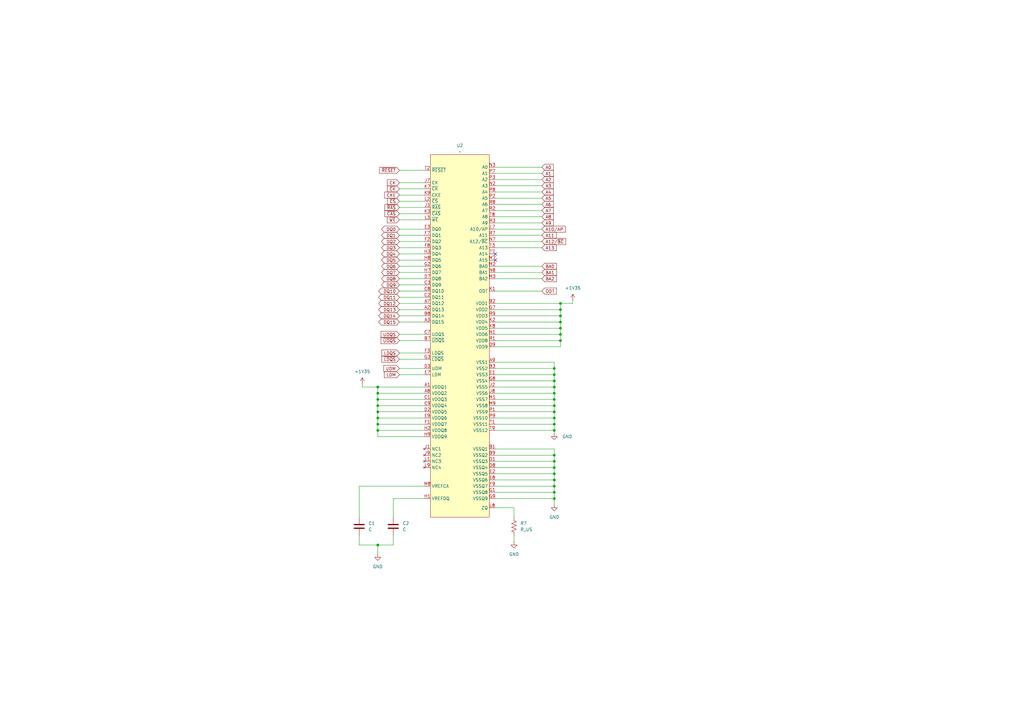
<source format=kicad_sch>
(kicad_sch (version 20231120) (generator "eeschema") (generator_version "8.0")
  (paper "A3")
  (lib_symbols
    (symbol "DDR:MT41K128M16JT-125{colon}K"
      (property "Reference" "U" (at -8.89 38.608 0))
      (symbol "MT41K128M16JT-125{colon}K_1_1"
        (rectangle (start -10.16 36.83) (end 13.97 -111.76) (fill (type background)))
        (pin power_in line (at -12.7 -58.42 0) (length 2.54) (name "VDDQ1") (number "A1"))
        (pin bidirectional line (at -12.7 -26.67 0) (length 2.54) (name "DQ13") (number "A2"))
        (pin bidirectional line (at -12.7 -31.75 0) (length 2.54) (name "DQ15") (number "A3"))
        (pin bidirectional line (at -12.7 -24.13 0) (length 2.54) (name "DQ12") (number "A7"))
        (pin power_in line (at -12.7 -60.96 0) (length 2.54) (name "VDDQ2") (number "A8"))
        (pin power_in line (at 16.51 -48.26 180) (length 2.54) (name "VSS1") (number "A9"))
        (pin power_in line (at 16.51 -83.82 180) (length 2.54) (name "VSSQ1") (number "B1"))
        (pin power_in line (at 16.51 -24.13 180) (length 2.54) (name "VDD1") (number "B2"))
        (pin power_in line (at 16.51 -50.8 180) (length 2.54) (name "VSS2") (number "B3"))
        (pin input line (at -12.7 -39.37 0) (length 2.54) (name "~{UDQS}") (number "B7"))
        (pin bidirectional line (at -12.7 -29.21 0) (length 2.54) (name "DQ14") (number "B8"))
        (pin power_in line (at 16.51 -86.36 180) (length 2.54) (name "VSSQ2") (number "B9"))
        (pin power_in line (at -12.7 -63.5 0) (length 2.54) (name "VDDQ3") (number "C1"))
        (pin bidirectional line (at -12.7 -21.59 0) (length 2.54) (name "DQ11") (number "C2"))
        (pin bidirectional line (at -12.7 -16.51 0) (length 2.54) (name "DQ9") (number "C3"))
        (pin input line (at -12.7 -36.83 0) (length 2.54) (name "UDQS") (number "C7"))
        (pin bidirectional line (at -12.7 -19.05 0) (length 2.54) (name "DQ10") (number "C8"))
        (pin power_in line (at -12.7 -66.04 0) (length 2.54) (name "VDDQ4") (number "C9"))
        (pin power_in line (at 16.51 -88.9 180) (length 2.54) (name "VSSQ3") (number "D1"))
        (pin power_in line (at -12.7 -68.58 0) (length 2.54) (name "VDDQ5") (number "D2"))
        (pin input line (at -12.7 -50.8 0) (length 2.54) (name "UDM") (number "D3"))
        (pin bidirectional line (at -12.7 -13.97 0) (length 2.54) (name "DQ8") (number "D7"))
        (pin power_in line (at 16.51 -91.44 180) (length 2.54) (name "VSSQ4") (number "D8"))
        (pin power_in line (at 16.51 -41.91 180) (length 2.54) (name "VDD9") (number "D9"))
        (pin power_in line (at 16.51 -53.34 180) (length 2.54) (name "VSS3") (number "E1"))
        (pin power_in line (at 16.51 -93.98 180) (length 2.54) (name "VSSQ5") (number "E2"))
        (pin bidirectional line (at -12.7 6.35 0) (length 2.54) (name "DQ0") (number "E3"))
        (pin input line (at -12.7 -53.34 0) (length 2.54) (name "LDM") (number "E7"))
        (pin power_in line (at 16.51 -96.52 180) (length 2.54) (name "VSSQ6") (number "E8"))
        (pin power_in line (at -12.7 -71.12 0) (length 2.54) (name "VDDQ6") (number "E9"))
        (pin power_in line (at -12.7 -73.66 0) (length 2.54) (name "VDDQ7") (number "F1"))
        (pin bidirectional line (at -12.7 1.27 0) (length 2.54) (name "DQ2") (number "F2"))
        (pin input line (at -12.7 -44.45 0) (length 2.54) (name "LDQS") (number "F3"))
        (pin bidirectional line (at -12.7 3.81 0) (length 2.54) (name "DQ1") (number "F7"))
        (pin bidirectional line (at -12.7 -1.27 0) (length 2.54) (name "DQ3") (number "F8"))
        (pin power_in line (at 16.51 -99.06 180) (length 2.54) (name "VSSQ7") (number "F9"))
        (pin power_in line (at 16.51 -101.6 180) (length 2.54) (name "VSSQ8") (number "G1"))
        (pin bidirectional line (at -12.7 -8.89 0) (length 2.54) (name "DQ6") (number "G2"))
        (pin input line (at -12.7 -46.99 0) (length 2.54) (name "~{LDQS}") (number "G3"))
        (pin power_in line (at 16.51 -26.67 180) (length 2.54) (name "VDD2") (number "G7"))
        (pin power_in line (at 16.51 -55.88 180) (length 2.54) (name "VSS4") (number "G8"))
        (pin power_in line (at 16.51 -104.14 180) (length 2.54) (name "VSSQ9") (number "G9"))
        (pin power_in line (at -12.7 -104.14 0) (length 2.54) (name "VREFDQ") (number "H1"))
        (pin power_in line (at -12.7 -76.2 0) (length 2.54) (name "VDDQ8") (number "H2"))
        (pin bidirectional line (at -12.7 -3.81 0) (length 2.54) (name "DQ4") (number "H3"))
        (pin bidirectional line (at -12.7 -11.43 0) (length 2.54) (name "DQ7") (number "H7"))
        (pin bidirectional line (at -12.7 -6.35 0) (length 2.54) (name "DQ5") (number "H8"))
        (pin power_in line (at -12.7 -78.74 0) (length 2.54) (name "VDDQ9") (number "H9"))
        (pin no_connect line (at -12.7 -83.82 0) (length 2.54) (name "NC1") (number "J1"))
        (pin power_in line (at 16.51 -58.42 180) (length 2.54) (name "VSS5") (number "J2"))
        (pin input line (at -12.7 15.24 0) (length 2.54) (name "~{RAS}") (number "J3"))
        (pin input line (at -12.7 25.4 0) (length 2.54) (name "CK") (number "J7"))
        (pin power_in line (at 16.51 -60.96 180) (length 2.54) (name "VSS6") (number "J8"))
        (pin no_connect line (at -12.7 -86.36 0) (length 2.54) (name "NC2") (number "J9"))
        (pin input line (at 16.51 -19.05 180) (length 2.54) (name "ODT") (number "K1"))
        (pin power_in line (at 16.51 -31.75 180) (length 2.54) (name "VDD4") (number "K2"))
        (pin input line (at -12.7 12.7 0) (length 2.54) (name "~{CAS}") (number "K3"))
        (pin input line (at -12.7 22.86 0) (length 2.54) (name "~{CK}") (number "K7"))
        (pin power_in line (at 16.51 -34.29 180) (length 2.54) (name "VDD5") (number "K8"))
        (pin input line (at -12.7 20.32 0) (length 2.54) (name "CKE") (number "K9"))
        (pin no_connect line (at -12.7 -88.9 0) (length 2.54) (name "NC3") (number "L1"))
        (pin input line (at -12.7 17.78 0) (length 2.54) (name "~{CS}") (number "L2"))
        (pin input line (at -12.7 10.16 0) (length 2.54) (name "~{WE}") (number "L3"))
        (pin input line (at 16.51 6.35 180) (length 2.54) (name "A10/AP") (number "L7"))
        (pin input line (at 16.51 -107.95 180) (length 2.54) (name "ZQ") (number "L8"))
        (pin no_connect line (at -12.7 -91.44 0) (length 2.54) (name "NC4") (number "L9"))
        (pin power_in line (at 16.51 -63.5 180) (length 2.54) (name "VSS7") (number "M1"))
        (pin input line (at 16.51 -8.89 180) (length 2.54) (name "BA0") (number "M2"))
        (pin input line (at 16.51 -13.97 180) (length 2.54) (name "BA2") (number "M3"))
        (pin input line (at 16.51 -6.35 180) (length 2.54) (name "A15") (number "M7"))
        (pin power_in line (at -12.7 -99.06 0) (length 2.54) (name "VREFCA") (number "M8"))
        (pin power_in line (at 16.51 -66.04 180) (length 2.54) (name "VSS8") (number "M9"))
        (pin power_in line (at 16.51 -36.83 180) (length 2.54) (name "VDD6") (number "N1"))
        (pin input line (at 16.51 24.13 180) (length 2.54) (name "A3") (number "N2"))
        (pin input line (at 16.51 31.75 180) (length 2.54) (name "A0") (number "N3"))
        (pin input line (at 16.51 1.27 180) (length 2.54) (name "A12/~{BC}") (number "N7"))
        (pin input line (at 16.51 -11.43 180) (length 2.54) (name "BA1") (number "N8"))
        (pin power_in line (at 16.51 -68.58 180) (length 2.54) (name "VSS9") (number "P1"))
        (pin input line (at 16.51 19.05 180) (length 2.54) (name "A5") (number "P2"))
        (pin input line (at 16.51 26.67 180) (length 2.54) (name "A2") (number "P3"))
        (pin input line (at 16.51 29.21 180) (length 2.54) (name "A1") (number "P7"))
        (pin input line (at 16.51 21.59 180) (length 2.54) (name "A4") (number "P8"))
        (pin power_in line (at 16.51 -71.12 180) (length 2.54) (name "VSS10") (number "P9"))
        (pin power_in line (at 16.51 -39.37 180) (length 2.54) (name "VDD8") (number "R1"))
        (pin input line (at 16.51 13.97 180) (length 2.54) (name "A7") (number "R2"))
        (pin input line (at 16.51 8.89 180) (length 2.54) (name "A9") (number "R3"))
        (pin input line (at 16.51 3.81 180) (length 2.54) (name "A11") (number "R7"))
        (pin input line (at 16.51 16.51 180) (length 2.54) (name "A6") (number "R8"))
        (pin power_in line (at 16.51 -29.21 180) (length 2.54) (name "VDD3") (number "R9"))
        (pin power_in line (at 16.51 -73.66 180) (length 2.54) (name "VSS11") (number "T1"))
        (pin input line (at -12.7 30.48 0) (length 2.54) (name "~{RESET}") (number "T2"))
        (pin input line (at 16.51 -1.27 180) (length 2.54) (name "A13") (number "T3"))
        (pin input line (at 16.51 -3.81 180) (length 2.54) (name "A14") (number "T7"))
        (pin input line (at 16.51 11.43 180) (length 2.54) (name "A8") (number "T8"))
        (pin power_in line (at 16.51 -76.2 180) (length 2.54) (name "VSS12") (number "T9"))
      )
    )
    (symbol "Device:C" (pin_numbers hide) (pin_names (offset 0.254))
      (property "Reference" "C" (at 0.635 2.54 0))
      (property "Value" "C" (at 0.635 -2.54 0))
      (symbol "C_0_1"
        (polyline (pts (xy -2.032 -0.762) (xy 2.032 -0.762)) (stroke (width 0.508)))
        (polyline (pts (xy -2.032 0.762) (xy 2.032 0.762)) (stroke (width 0.508)))
      )
      (symbol "C_1_1"
        (pin passive line (at 0 3.81 270) (length 2.794) (name "~") (number "1"))
        (pin passive line (at 0 -3.81 90) (length 2.794) (name "~") (number "2"))
      )
    )
    (symbol "Device:R_US" (pin_numbers hide) (pin_names (offset 0))
      (property "Reference" "R" (at 2.54 0 90))
      (property "Value" "R_US" (at -2.54 0 90))
      (symbol "R_US_0_1"
        (polyline (pts (xy 0 -2.286) (xy 0 -2.54)))
        (polyline (pts (xy 0 2.286) (xy 0 2.54)))
        (polyline (pts (xy 0 -0.762) (xy 1.016 -1.143) (xy 0 -1.524) (xy -1.016 -1.905) (xy 0 -2.286)))
        (polyline (pts (xy 0 0.762) (xy 1.016 0.381) (xy 0 0) (xy -1.016 -0.381) (xy 0 -0.762)))
        (polyline (pts (xy 0 2.286) (xy 1.016 1.905) (xy 0 1.524) (xy -1.016 1.143) (xy 0 0.762)))
      )
      (symbol "R_US_1_1"
        (pin passive line (at 0 3.81 270) (length 1.27) (name "~") (number "1"))
        (pin passive line (at 0 -3.81 90) (length 1.27) (name "~") (number "2"))
      )
    )
    (symbol "power:+1V35" (power) (pin_numbers hide) (pin_names (offset 0) hide)
      (property "Value" "+1V35" (at 0 3.556 0))
      (symbol "+1V35_0_1"
        (polyline (pts (xy -0.762 1.27) (xy 0 2.54)))
        (polyline (pts (xy 0 0) (xy 0 2.54)))
        (polyline (pts (xy 0 2.54) (xy 0.762 1.27)))
      )
      (symbol "+1V35_1_1"
        (pin power_in line (at 0 0 90) (length 0) (name "~") (number "1"))
      )
    )
    (symbol "power:GND" (power) (pin_numbers hide) (pin_names (offset 0) hide)
      (property "Value" "GND" (at 0 -3.81 0))
      (symbol "GND_0_1"
        (polyline (pts (xy 0 0) (xy 0 -1.27) (xy 1.27 -1.27) (xy 0 -2.54) (xy -1.27 -1.27) (xy 0 -1.27)))
      )
      (symbol "GND_1_1"
        (pin power_in line (at 0 0 270) (length 0) (name "~") (number "1"))
      )
    )
  )
  (junction (at 154.94 171.45))
  (junction (at 227.33 204.47))
  (junction (at 154.94 166.37))
  (junction (at 227.33 194.31))
  (junction (at 227.33 166.37))
  (junction (at 154.94 173.99))
  (junction (at 227.33 156.21))
  (junction (at 227.33 199.39))
  (junction (at 154.94 161.29))
  (junction (at 154.94 158.75))
  (junction (at 154.94 168.91))
  (junction (at 227.33 171.45))
  (junction (at 227.33 163.83))
  (junction (at 227.33 168.91))
  (junction (at 229.87 132.08))
  (junction (at 227.33 151.13))
  (junction (at 227.33 191.77))
  (junction (at 229.87 139.7))
  (junction (at 227.33 189.23))
  (junction (at 227.33 186.69))
  (junction (at 227.33 201.93))
  (junction (at 154.94 176.53))
  (junction (at 227.33 158.75))
  (junction (at 227.33 176.53))
  (junction (at 227.33 173.99))
  (junction (at 229.87 134.62))
  (junction (at 229.87 127))
  (junction (at 229.87 124.46))
  (junction (at 229.87 137.16))
  (junction (at 227.33 196.85))
  (junction (at 227.33 153.67))
  (junction (at 227.33 161.29))
  (junction (at 229.87 129.54))
  (junction (at 154.94 163.83))
  (junction (at 154.94 223.52))
  (no_connect (at 203.2 104.14))
  (no_connect (at 203.2 106.68))
  (wire (pts (xy 203.2 173.99) (xy 227.33 173.99)))
  (wire (pts (xy 163.83 147.32) (xy 173.99 147.32)))
  (wire (pts (xy 163.83 144.78) (xy 173.99 144.78)))
  (wire (pts (xy 163.83 87.63) (xy 173.99 87.63)))
  (wire (pts (xy 161.29 212.09) (xy 161.29 204.47)))
  (wire (pts (xy 173.99 166.37) (xy 154.94 166.37)))
  (wire (pts (xy 203.2 201.93) (xy 227.33 201.93)))
  (wire (pts (xy 163.83 104.14) (xy 173.99 104.14)))
  (wire (pts (xy 154.94 171.45) (xy 154.94 173.99)))
  (wire (pts (xy 163.83 116.84) (xy 173.99 116.84)))
  (wire (pts (xy 227.33 184.15) (xy 227.33 186.69)))
  (wire (pts (xy 227.33 163.83) (xy 227.33 166.37)))
  (wire (pts (xy 222.25 91.44) (xy 203.2 91.44)))
  (wire (pts (xy 203.2 191.77) (xy 227.33 191.77)))
  (wire (pts (xy 173.99 168.91) (xy 154.94 168.91)))
  (wire (pts (xy 161.29 204.47) (xy 173.99 204.47)))
  (wire (pts (xy 234.95 124.46) (xy 234.95 123.19)))
  (wire (pts (xy 227.33 148.59) (xy 227.33 151.13)))
  (wire (pts (xy 203.2 171.45) (xy 227.33 171.45)))
  (wire (pts (xy 227.33 201.93) (xy 227.33 204.47)))
  (wire (pts (xy 163.83 109.22) (xy 173.99 109.22)))
  (wire (pts (xy 173.99 173.99) (xy 154.94 173.99)))
  (wire (pts (xy 222.25 101.6) (xy 203.2 101.6)))
  (wire (pts (xy 163.83 82.55) (xy 173.99 82.55)))
  (wire (pts (xy 173.99 163.83) (xy 154.94 163.83)))
  (wire (pts (xy 203.2 148.59) (xy 227.33 148.59)))
  (wire (pts (xy 154.94 176.53) (xy 154.94 179.07)))
  (wire (pts (xy 163.83 137.16) (xy 173.99 137.16)))
  (wire (pts (xy 203.2 194.31) (xy 227.33 194.31)))
  (wire (pts (xy 222.25 71.12) (xy 203.2 71.12)))
  (wire (pts (xy 203.2 124.46) (xy 229.87 124.46)))
  (wire (pts (xy 154.94 168.91) (xy 154.94 171.45)))
  (wire (pts (xy 222.25 81.28) (xy 203.2 81.28)))
  (wire (pts (xy 163.83 96.52) (xy 173.99 96.52)))
  (wire (pts (xy 154.94 173.99) (xy 154.94 176.53)))
  (wire (pts (xy 234.95 124.46) (xy 229.87 124.46)))
  (wire (pts (xy 203.2 176.53) (xy 227.33 176.53)))
  (wire (pts (xy 163.83 93.98) (xy 173.99 93.98)))
  (wire (pts (xy 203.2 129.54) (xy 229.87 129.54)))
  (wire (pts (xy 227.33 194.31) (xy 227.33 196.85)))
  (wire (pts (xy 227.33 153.67) (xy 227.33 156.21)))
  (wire (pts (xy 227.33 168.91) (xy 227.33 171.45)))
  (wire (pts (xy 173.99 199.39) (xy 147.32 199.39)))
  (wire (pts (xy 203.2 208.28) (xy 210.82 208.28)))
  (wire (pts (xy 227.33 186.69) (xy 227.33 189.23)))
  (wire (pts (xy 163.83 69.85) (xy 173.99 69.85)))
  (wire (pts (xy 222.25 86.36) (xy 203.2 86.36)))
  (wire (pts (xy 154.94 161.29) (xy 154.94 163.83)))
  (wire (pts (xy 203.2 134.62) (xy 229.87 134.62)))
  (wire (pts (xy 161.29 219.71) (xy 161.29 223.52)))
  (wire (pts (xy 203.2 142.24) (xy 229.87 142.24)))
  (wire (pts (xy 154.94 166.37) (xy 154.94 168.91)))
  (wire (pts (xy 227.33 161.29) (xy 227.33 163.83)))
  (wire (pts (xy 222.25 83.82) (xy 203.2 83.82)))
  (wire (pts (xy 154.94 158.75) (xy 154.94 161.29)))
  (wire (pts (xy 203.2 132.08) (xy 229.87 132.08)))
  (wire (pts (xy 154.94 223.52) (xy 154.94 227.33)))
  (wire (pts (xy 163.83 106.68) (xy 173.99 106.68)))
  (wire (pts (xy 154.94 179.07) (xy 173.99 179.07)))
  (wire (pts (xy 147.32 219.71) (xy 147.32 223.52)))
  (wire (pts (xy 163.83 111.76) (xy 173.99 111.76)))
  (wire (pts (xy 203.2 204.47) (xy 227.33 204.47)))
  (wire (pts (xy 203.2 137.16) (xy 229.87 137.16)))
  (wire (pts (xy 210.82 219.71) (xy 210.82 222.25)))
  (wire (pts (xy 222.25 73.66) (xy 203.2 73.66)))
  (wire (pts (xy 227.33 158.75) (xy 227.33 161.29)))
  (wire (pts (xy 229.87 127) (xy 229.87 124.46)))
  (wire (pts (xy 229.87 137.16) (xy 229.87 134.62)))
  (wire (pts (xy 163.83 77.47) (xy 173.99 77.47)))
  (wire (pts (xy 203.2 163.83) (xy 227.33 163.83)))
  (wire (pts (xy 229.87 139.7) (xy 229.87 137.16)))
  (wire (pts (xy 161.29 223.52) (xy 154.94 223.52)))
  (wire (pts (xy 229.87 132.08) (xy 229.87 129.54)))
  (wire (pts (xy 203.2 127) (xy 229.87 127)))
  (wire (pts (xy 229.87 134.62) (xy 229.87 132.08)))
  (wire (pts (xy 203.2 158.75) (xy 227.33 158.75)))
  (wire (pts (xy 203.2 199.39) (xy 227.33 199.39)))
  (wire (pts (xy 154.94 176.53) (xy 173.99 176.53)))
  (wire (pts (xy 222.25 111.76) (xy 203.2 111.76)))
  (wire (pts (xy 154.94 163.83) (xy 154.94 166.37)))
  (wire (pts (xy 222.25 68.58) (xy 203.2 68.58)))
  (wire (pts (xy 203.2 168.91) (xy 227.33 168.91)))
  (wire (pts (xy 227.33 199.39) (xy 227.33 201.93)))
  (wire (pts (xy 222.25 93.98) (xy 203.2 93.98)))
  (wire (pts (xy 210.82 208.28) (xy 210.82 212.09)))
  (wire (pts (xy 222.25 76.2) (xy 203.2 76.2)))
  (wire (pts (xy 222.25 78.74) (xy 203.2 78.74)))
  (wire (pts (xy 227.33 204.47) (xy 227.33 207.01)))
  (wire (pts (xy 163.83 101.6) (xy 173.99 101.6)))
  (wire (pts (xy 163.83 121.92) (xy 173.99 121.92)))
  (wire (pts (xy 173.99 171.45) (xy 154.94 171.45)))
  (wire (pts (xy 203.2 184.15) (xy 227.33 184.15)))
  (wire (pts (xy 222.25 109.22) (xy 203.2 109.22)))
  (wire (pts (xy 163.83 124.46) (xy 173.99 124.46)))
  (wire (pts (xy 148.59 158.75) (xy 154.94 158.75)))
  (wire (pts (xy 163.83 74.93) (xy 173.99 74.93)))
  (wire (pts (xy 163.83 132.08) (xy 173.99 132.08)))
  (wire (pts (xy 163.83 127) (xy 173.99 127)))
  (wire (pts (xy 222.25 88.9) (xy 203.2 88.9)))
  (wire (pts (xy 227.33 173.99) (xy 227.33 176.53)))
  (wire (pts (xy 222.25 96.52) (xy 203.2 96.52)))
  (wire (pts (xy 203.2 166.37) (xy 227.33 166.37)))
  (wire (pts (xy 227.33 151.13) (xy 227.33 153.67)))
  (wire (pts (xy 203.2 156.21) (xy 227.33 156.21)))
  (wire (pts (xy 163.83 99.06) (xy 173.99 99.06)))
  (wire (pts (xy 203.2 151.13) (xy 227.33 151.13)))
  (wire (pts (xy 163.83 80.01) (xy 173.99 80.01)))
  (wire (pts (xy 163.83 114.3) (xy 173.99 114.3)))
  (wire (pts (xy 222.25 99.06) (xy 203.2 99.06)))
  (wire (pts (xy 203.2 186.69) (xy 227.33 186.69)))
  (wire (pts (xy 163.83 85.09) (xy 173.99 85.09)))
  (wire (pts (xy 229.87 129.54) (xy 229.87 127)))
  (wire (pts (xy 163.83 153.67) (xy 173.99 153.67)))
  (wire (pts (xy 222.25 119.38) (xy 203.2 119.38)))
  (wire (pts (xy 163.83 151.13) (xy 173.99 151.13)))
  (wire (pts (xy 227.33 176.53) (xy 227.33 177.8)))
  (wire (pts (xy 203.2 189.23) (xy 227.33 189.23)))
  (wire (pts (xy 203.2 153.67) (xy 227.33 153.67)))
  (wire (pts (xy 222.25 114.3) (xy 203.2 114.3)))
  (wire (pts (xy 163.83 119.38) (xy 173.99 119.38)))
  (wire (pts (xy 203.2 139.7) (xy 229.87 139.7)))
  (wire (pts (xy 147.32 223.52) (xy 154.94 223.52)))
  (wire (pts (xy 163.83 129.54) (xy 173.99 129.54)))
  (wire (pts (xy 227.33 196.85) (xy 227.33 199.39)))
  (wire (pts (xy 227.33 156.21) (xy 227.33 158.75)))
  (wire (pts (xy 147.32 199.39) (xy 147.32 212.09)))
  (wire (pts (xy 229.87 142.24) (xy 229.87 139.7)))
  (wire (pts (xy 227.33 191.77) (xy 227.33 194.31)))
  (wire (pts (xy 203.2 161.29) (xy 227.33 161.29)))
  (wire (pts (xy 173.99 158.75) (xy 154.94 158.75)))
  (wire (pts (xy 227.33 166.37) (xy 227.33 168.91)))
  (wire (pts (xy 203.2 196.85) (xy 227.33 196.85)))
  (wire (pts (xy 227.33 189.23) (xy 227.33 191.77)))
  (wire (pts (xy 163.83 90.17) (xy 173.99 90.17)))
  (wire (pts (xy 227.33 171.45) (xy 227.33 173.99)))
  (wire (pts (xy 173.99 161.29) (xy 154.94 161.29)))
  (wire (pts (xy 163.83 139.7) (xy 173.99 139.7)))
  (wire (pts (xy 148.59 157.48) (xy 148.59 158.75)))
  (global_label "~{UDQS}" (shape input) (at 163.83 139.7 180) (property "Intersheetrefs" "${INTERSHEET_REFS}" (effects (hide yes))))
  (global_label "A1" (shape input) (at 222.25 71.12 0) (property "Intersheetrefs" "${INTERSHEET_REFS}" (effects (hide yes))))
  (global_label "DQ14" (shape bidirectional) (at 163.83 129.54 180) (property "Intersheetrefs" "${INTERSHEET_REFS}" (effects (hide yes))))
  (global_label "A13" (shape input) (at 222.25 101.6 0) (property "Intersheetrefs" "${INTERSHEET_REFS}" (effects (hide yes))))
  (global_label "~{RAS}" (shape input) (at 163.83 85.09 180) (property "Intersheetrefs" "${INTERSHEET_REFS}" (effects (hide yes))))
  (global_label "A5" (shape input) (at 222.25 81.28 0) (property "Intersheetrefs" "${INTERSHEET_REFS}" (effects (hide yes))))
  (global_label "LDQS" (shape input) (at 163.83 144.78 180) (property "Intersheetrefs" "${INTERSHEET_REFS}" (effects (hide yes))))
  (global_label "BA0" (shape input) (at 222.25 109.22 0) (property "Intersheetrefs" "${INTERSHEET_REFS}" (effects (hide yes))))
  (global_label "BA1" (shape input) (at 222.25 111.76 0) (property "Intersheetrefs" "${INTERSHEET_REFS}" (effects (hide yes))))
  (global_label "DQ4" (shape bidirectional) (at 163.83 104.14 180) (property "Intersheetrefs" "${INTERSHEET_REFS}" (effects (hide yes))))
  (global_label "DQ6" (shape bidirectional) (at 163.83 109.22 180) (property "Intersheetrefs" "${INTERSHEET_REFS}" (effects (hide yes))))
  (global_label "LDM" (shape input) (at 163.83 153.67 180) (property "Intersheetrefs" "${INTERSHEET_REFS}" (effects (hide yes))))
  (global_label "A7" (shape input) (at 222.25 86.36 0) (property "Intersheetrefs" "${INTERSHEET_REFS}" (effects (hide yes))))
  (global_label "DQ11" (shape bidirectional) (at 163.83 121.92 180) (property "Intersheetrefs" "${INTERSHEET_REFS}" (effects (hide yes))))
  (global_label "A11" (shape input) (at 222.25 96.52 0) (property "Intersheetrefs" "${INTERSHEET_REFS}" (effects (hide yes))))
  (global_label "~{RESET}" (shape input) (at 163.83 69.85 180) (property "Intersheetrefs" "${INTERSHEET_REFS}" (effects (hide yes))))
  (global_label "DQ10" (shape bidirectional) (at 163.83 119.38 180) (property "Intersheetrefs" "${INTERSHEET_REFS}" (effects (hide yes))))
  (global_label "A2" (shape input) (at 222.25 73.66 0) (property "Intersheetrefs" "${INTERSHEET_REFS}" (effects (hide yes))))
  (global_label "DQ5" (shape bidirectional) (at 163.83 106.68 180) (property "Intersheetrefs" "${INTERSHEET_REFS}" (effects (hide yes))))
  (global_label "BA2" (shape input) (at 222.25 114.3 0) (property "Intersheetrefs" "${INTERSHEET_REFS}" (effects (hide yes))))
  (global_label "DQ2" (shape bidirectional) (at 163.83 99.06 180) (property "Intersheetrefs" "${INTERSHEET_REFS}" (effects (hide yes))))
  (global_label "DQ9" (shape bidirectional) (at 163.83 116.84 180) (property "Intersheetrefs" "${INTERSHEET_REFS}" (effects (hide yes))))
  (global_label "ODT" (shape input) (at 222.25 119.38 0) (property "Intersheetrefs" "${INTERSHEET_REFS}" (effects (hide yes))))
  (global_label "UDQS" (shape input) (at 163.83 137.16 180) (property "Intersheetrefs" "${INTERSHEET_REFS}" (effects (hide yes))))
  (global_label "~{CS}" (shape input) (at 163.83 82.55 180) (property "Intersheetrefs" "${INTERSHEET_REFS}" (effects (hide yes))))
  (global_label "~{CK}" (shape input) (at 163.83 77.47 180) (property "Intersheetrefs" "${INTERSHEET_REFS}" (effects (hide yes))))
  (global_label "DQ8" (shape bidirectional) (at 163.83 114.3 180) (property "Intersheetrefs" "${INTERSHEET_REFS}" (effects (hide yes))))
  (global_label "UDM" (shape input) (at 163.83 151.13 180) (property "Intersheetrefs" "${INTERSHEET_REFS}" (effects (hide yes))))
  (global_label "A9" (shape input) (at 222.25 91.44 0) (property "Intersheetrefs" "${INTERSHEET_REFS}" (effects (hide yes))))
  (global_label "A3" (shape input) (at 222.25 76.2 0) (property "Intersheetrefs" "${INTERSHEET_REFS}" (effects (hide yes))))
  (global_label "~{WE}" (shape input) (at 163.83 90.17 180) (property "Intersheetrefs" "${INTERSHEET_REFS}" (effects (hide yes))))
  (global_label "DQ12" (shape bidirectional) (at 163.83 124.46 180) (property "Intersheetrefs" "${INTERSHEET_REFS}" (effects (hide yes))))
  (global_label "A10/AP" (shape input) (at 222.25 93.98 0) (property "Intersheetrefs" "${INTERSHEET_REFS}" (effects (hide yes))))
  (global_label "A12/~{BC}" (shape input) (at 222.25 99.06 0) (property "Intersheetrefs" "${INTERSHEET_REFS}" (effects (hide yes))))
  (global_label "A8" (shape input) (at 222.25 88.9 0) (property "Intersheetrefs" "${INTERSHEET_REFS}" (effects (hide yes))))
  (global_label "DQ13" (shape bidirectional) (at 163.83 127 180) (property "Intersheetrefs" "${INTERSHEET_REFS}" (effects (hide yes))))
  (global_label "CKE" (shape input) (at 163.83 80.01 180) (property "Intersheetrefs" "${INTERSHEET_REFS}" (effects (hide yes))))
  (global_label "CK" (shape input) (at 163.83 74.93 180) (property "Intersheetrefs" "${INTERSHEET_REFS}" (effects (hide yes))))
  (global_label "DQ7" (shape bidirectional) (at 163.83 111.76 180) (property "Intersheetrefs" "${INTERSHEET_REFS}" (effects (hide yes))))
  (global_label "~{LDQS}" (shape input) (at 163.83 147.32 180) (property "Intersheetrefs" "${INTERSHEET_REFS}" (effects (hide yes))))
  (global_label "A6" (shape input) (at 222.25 83.82 0) (property "Intersheetrefs" "${INTERSHEET_REFS}" (effects (hide yes))))
  (global_label "DQ15" (shape bidirectional) (at 163.83 132.08 180) (property "Intersheetrefs" "${INTERSHEET_REFS}" (effects (hide yes))))
  (global_label "DQ3" (shape bidirectional) (at 163.83 101.6 180) (property "Intersheetrefs" "${INTERSHEET_REFS}" (effects (hide yes))))
  (global_label "DQ0" (shape bidirectional) (at 163.83 93.98 180) (property "Intersheetrefs" "${INTERSHEET_REFS}" (effects (hide yes))))
  (global_label "~{CAS}" (shape input) (at 163.83 87.63 180) (property "Intersheetrefs" "${INTERSHEET_REFS}" (effects (hide yes))))
  (global_label "DQ1" (shape bidirectional) (at 163.83 96.52 180) (property "Intersheetrefs" "${INTERSHEET_REFS}" (effects (hide yes))))
  (global_label "A0" (shape input) (at 222.25 68.58 0) (property "Intersheetrefs" "${INTERSHEET_REFS}" (effects (hide yes))))
  (global_label "A4" (shape input) (at 222.25 78.74 0) (property "Intersheetrefs" "${INTERSHEET_REFS}" (effects (hide yes))))
  (symbol (lib_id "Device:C") (at 147.32 215.9 0) (unit 1)
    (property "Reference" "C1" (at 151.13 214.6299 0) (effects (justify left)))
    (property "Value" "C" (at 151.13 217.1699 0) (effects (justify left)))
    (property "Description" "Unpolarized capacitor" (effects (hide yes)))
  )
  (symbol (lib_id "power:+1V35") (at 148.59 157.48 0) (unit 1)
    (property "Reference" "#PWR029" (effects (hide yes)))
    (property "Value" "+1V35" (at 148.59 152.4 0))
    (property "Description" "Power symbol creates a global label with name \"+1V35\"" (effects (hide yes)))
  )
  (symbol (lib_id "DDR:MT41K128M16JT-125{colon}K") (at 186.69 100.33 0) (unit 1)
    (property "Reference" "U2" (at 188.595 59.69 0))
    (property "Value" "~" (at 188.595 62.23 0))
  )
  (symbol (lib_id "Device:R_US") (at 210.82 215.9 0) (unit 1)
    (property "Reference" "R7" (at 213.36 214.6299 0) (effects (justify left)))
    (property "Value" "R_US" (at 213.36 217.1699 0) (effects (justify left)))
    (property "Description" "Resistor, US symbol" (effects (hide yes)))
  )
  (symbol (lib_id "power:GND") (at 227.33 177.8 0) (unit 1)
    (property "Reference" "#PWR031" (effects (hide yes)))
    (property "Value" "GND" (at 232.664 179.07 0))
    (property "Description" "Power symbol creates a global label with name \"GND\" , ground" (effects (hide yes)))
  )
  (symbol (lib_id "power:GND") (at 154.94 227.33 0) (unit 1)
    (property "Reference" "#PWR033" (effects (hide yes)))
    (property "Value" "GND" (at 154.94 232.41 0))
    (property "Description" "Power symbol creates a global label with name \"GND\" , ground" (effects (hide yes)))
  )
  (symbol (lib_id "power:+1V35") (at 234.95 123.19 0) (unit 1)
    (property "Reference" "#PWR032" (effects (hide yes)))
    (property "Value" "+1V35" (at 234.95 118.11 0))
    (property "Description" "Power symbol creates a global label with name \"+1V35\"" (effects (hide yes)))
  )
  (symbol (lib_id "power:GND") (at 227.33 207.01 0) (unit 1)
    (property "Reference" "#PWR030" (effects (hide yes)))
    (property "Value" "GND" (at 227.33 212.09 0))
    (property "Description" "Power symbol creates a global label with name \"GND\" , ground" (effects (hide yes)))
  )
  (symbol (lib_id "power:GND") (at 210.82 222.25 0) (unit 1)
    (property "Reference" "#PWR034" (effects (hide yes)))
    (property "Value" "GND" (at 210.82 227.33 0))
    (property "Description" "Power symbol creates a global label with name \"GND\" , ground" (effects (hide yes)))
  )
  (symbol (lib_id "Device:C") (at 161.29 215.9 0) (unit 1)
    (property "Reference" "C2" (at 165.1 214.6299 0) (effects (justify left)))
    (property "Value" "C" (at 165.1 217.1699 0) (effects (justify left)))
    (property "Description" "Unpolarized capacitor" (effects (hide yes)))
  )
)
</source>
